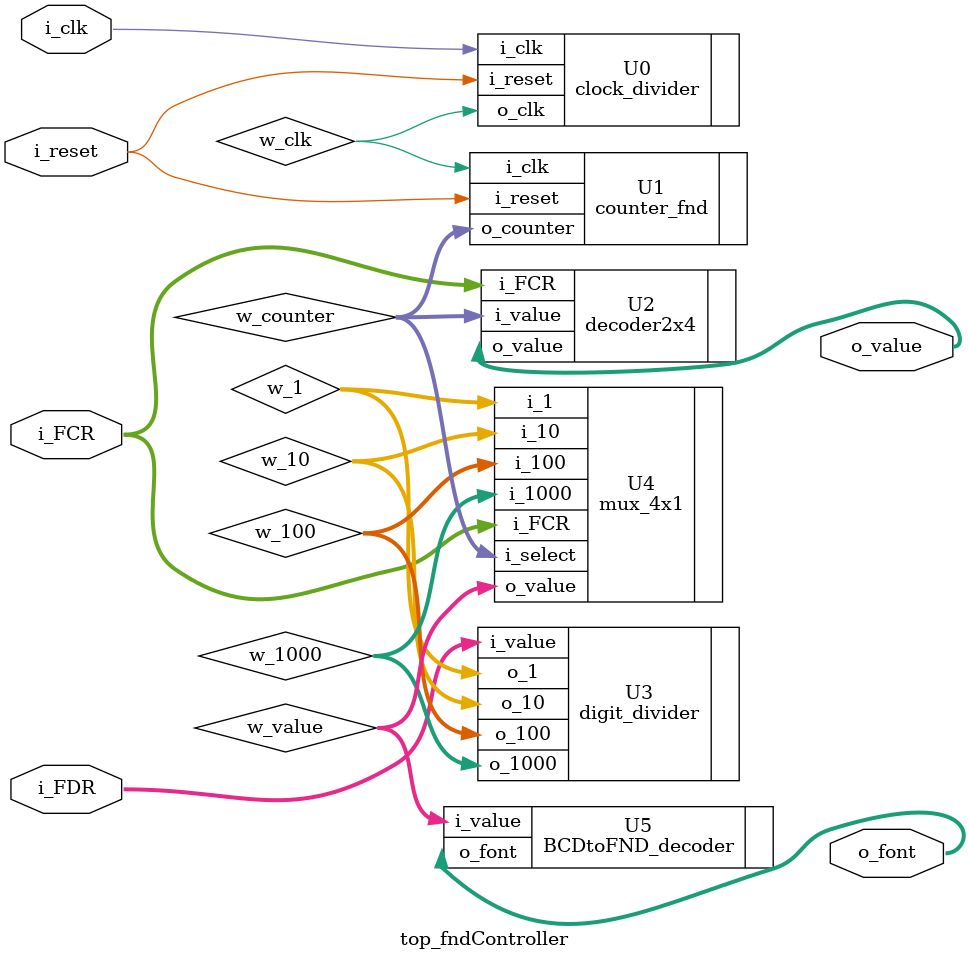
<source format=v>
`timescale 1ns / 1ps

module top_fndController(
    input i_clk,
    input i_reset,
    input [1:0] i_FCR,
    input [13:0] i_FDR,
    output [7:0] o_font,
    output [3:0] o_value
    );
    wire w_clk;
    clock_divider U0(
    .i_clk(i_clk),
    .i_reset(i_reset),
    .o_clk(w_clk)
    );
    wire [1:0] w_counter;
    counter_fnd U1(
    .i_clk(w_clk),
    .i_reset(i_reset),
    .o_counter(w_counter)
    );

    decoder2x4 U2(
    .i_value(w_counter),
    .o_value(o_value),
    .i_FCR(i_FCR)
    );
    wire [3:0] w_1000, w_100, w_10, w_1;
    digit_divider U3(
    .i_value(i_FDR),
    .o_1000(w_1000), 
    .o_100(w_100), 
    .o_10(w_10), 
    .o_1(w_1)
    );

    wire [3:0] w_value;

    mux_4x1 U4(
    .i_FCR(i_FCR),
    .i_1000(w_1000), 
    .i_100(w_100), 
    .i_10(w_10), 
    .i_1(w_1),
    .i_select(w_counter),
    .o_value(w_value)
    );

    BCDtoFND_decoder U5(
    .i_value(w_value),
    .o_font(o_font)
    );


endmodule

</source>
